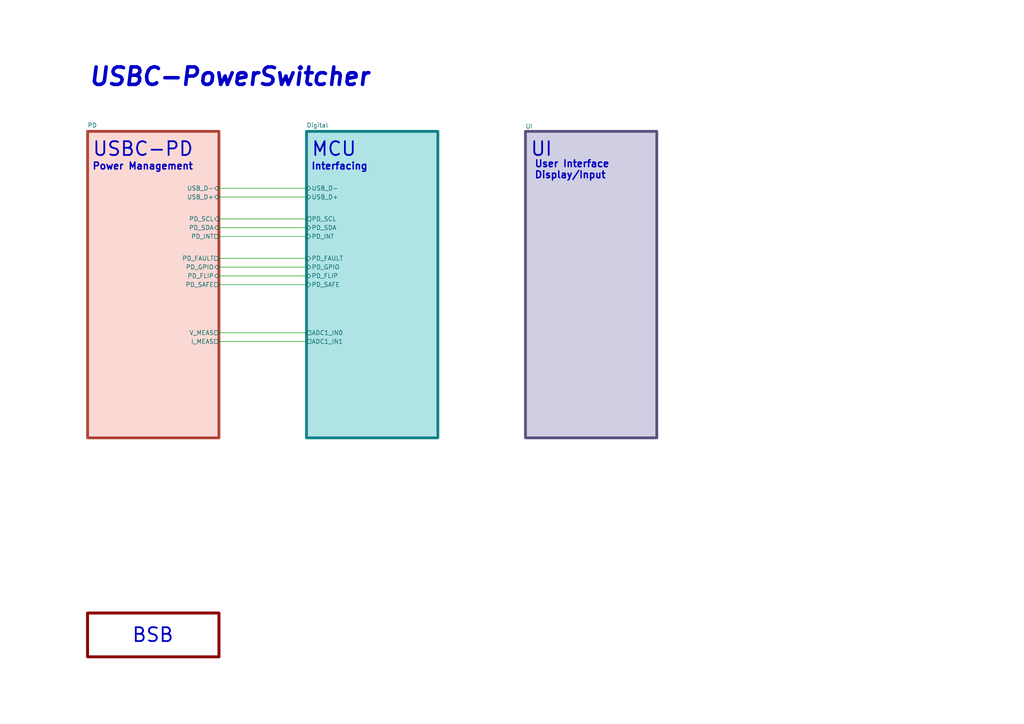
<source format=kicad_sch>
(kicad_sch (version 20230121) (generator eeschema)
  (paper "A4")
  (title_block (title "USBC-PowerSwitcher") (date "2023-08-26") (rev "R0") (company "s-grundner"))
  (lib_symbols)
  (wire (pts (xy 63.5 63.5) (xy 88.9 63.5)))
  (wire (pts (xy 63.5 68.58) (xy 88.9 68.58)))
  (wire (pts (xy 63.5 57.15) (xy 88.9 57.15)))
  (wire (pts (xy 63.5 80.01) (xy 88.9 80.01)))
  (wire (pts (xy 63.5 54.61) (xy 88.9 54.61)))
  (wire (pts (xy 63.5 66.04) (xy 88.9 66.04)))
  (wire (pts (xy 63.5 77.47) (xy 88.9 77.47)))
  (wire (pts (xy 63.5 74.93) (xy 88.9 74.93)))
  (wire (pts (xy 63.5 96.52) (xy 88.9 96.52)))
  (wire (pts (xy 63.5 99.06) (xy 88.9 99.06)))
  (wire (pts (xy 63.5 82.55) (xy 88.9 82.55)))
  (text "Power Management" (at 26.67 49.53 0) (effects (font (size 2 2) (thickness 0.4) bold) (justify left bottom)))
  (text "UI" (at 153.67 45.72 0) (effects (font (size 4 4) (thickness 0.508) bold) (justify left bottom)))
  (text "User Interface\nDisplay/Input" (at 154.94 52.07 0) (effects (font (size 2 2) (thickness 0.4) bold) (justify left bottom)))
  (text "MCU" (at 90.17 45.72 0) (effects (font (size 4 4) (thickness 0.508) bold) (justify left bottom)))
  (text "USBC-PowerSwitcher" (at 25.4 25.4 0) (effects (font (size 5.08 5.08) (thickness 1.016) bold italic) (justify left bottom)))
  (text "BSB" (at 38.1 186.69 0) (effects (font (size 4 4) (thickness 0.508) bold) (justify left bottom)))
  (text "Interfacing" (at 90.17 49.53 0) (effects (font (size 2 2) (thickness 0.4) bold) (justify left bottom)))
  (text "USBC-PD" (at 26.67 45.72 0) (effects (font (size 4 4) (thickness 0.508) bold) (justify left bottom)))
  (sheet (at 25.4 177.8) (size 38.1 12.7) (stroke (width 0.8))
    (property "Sheetname" "BSB" (effects hide))
    (property "Sheetfile" "BSB.kicad_sch" (effects hide))
  )
  (sheet (at 25.4 38.1) (size 38.1 88.9) (stroke (width 0.8) (color 174 65 50 1)) (fill (color 250 217 213 1.0000))
    (property "Sheetname" "PD" (at 25.4 37.0646 0) (effects (justify left bottom)))
    (property "Sheetfile" "PD.kicad_sch" (effects hide))
    (pin "PD_SCL" input (at 63.5 63.5 0))
    (pin "PD_INT" output (at 63.5 68.58 0))
    (pin "PD_SDA" bidirectional (at 63.5 66.04 0))
    (pin "PD_FAULT" output (at 63.5 74.93 0))
    (pin "PD_GPIO" bidirectional (at 63.5 77.47 0))
    (pin "PD_FLIP" tri_state (at 63.5 80.01 0))
    (pin "USB_D-" bidirectional (at 63.5 54.61 0))
    (pin "USB_D+" bidirectional (at 63.5 57.15 0))
    (pin "I_MEAS" output (at 63.5 99.06 0))
    (pin "V_MEAS" output (at 63.5 96.52 0))
    (pin "PD_SAFE" output (at 63.5 82.55 0))
  )
  (sheet (at 152.4 38.1) (size 38.1 88.9) (stroke (width 0.8) (color 86 81 126 1)) (fill (color 208 206 226 1.0000))
    (property "Sheetname" "UI" (at 152.4 37.3884 0) (effects (justify left bottom)))
    (property "Sheetfile" "UI.kicad_sch" (effects hide))
  )
  (sheet (at 88.9 38.1) (size 38.1 88.9) (stroke (width 0.8) (color 14 128 136 1)) (fill (color 176 227 230 1.0000))
    (property "Sheetname" "Digital" (at 88.9 37.0646 0) (effects (justify left bottom)))
    (property "Sheetfile" "Digital.kicad_sch" (effects hide))
    (pin "USB_D+" bidirectional (at 88.9 57.15 180))
    (pin "USB_D-" bidirectional (at 88.9 54.61 180))
    (pin "PD_SDA" bidirectional (at 88.9 66.04 180))
    (pin "PD_SCL" output (at 88.9 63.5 180))
    (pin "ADC1_IN0" output (at 88.9 96.52 180))
    (pin "ADC1_IN1" output (at 88.9 99.06 180))
    (pin "PD_GPIO" bidirectional (at 88.9 77.47 180))
    (pin "PD_FAULT" input (at 88.9 74.93 180))
    (pin "PD_FLIP" tri_state (at 88.9 80.01 180))
    (pin "PD_INT" input (at 88.9 68.58 180))
    (pin "PD_SAFE" input (at 88.9 82.55 180))
  )
)
</source>
